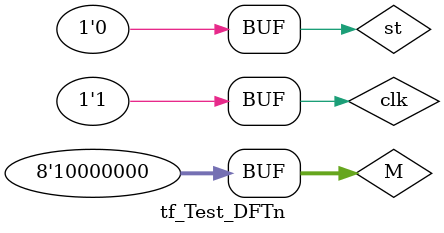
<source format=v>
module tf_Test_DFTn;

	// Inputs
	reg clk;
	reg st;
	reg [7:0] M;

	// Outputs
	wire S;
	wire [11:0] SIN;
	wire ce_tact;
	wire ce_sd;
	wire ce_SIN;
	wire ce_bit;
	wire [10:0] modY;
	wire [6:0] k;
	wire D;
	wire [6:0] n;

	// Instantiate the Unit Under Test (UUT)
	Test_DFTn uut (
		.S(S), 
		.clk(clk), 
		.SIN(SIN), 
		.st(st), 
		.ce_tact(ce_tact), 
		.M(M), 
		.ce_sd(ce_sd), 
		.ce_SIN(ce_SIN), 
		.ce_bit(ce_bit), 
		.modY(modY), 
		.k(k), 
		.D(D), 
		.n(n)
	);

	always begin clk=0; #10; clk=1; #10; end
	initial begin
	st = 0; M = 128; //
	#1000000; st = 1; M = 128; //Ìíîæèòåëü àìïëèòóäû ñèãíàëà FSK
	#200; st = 0;
	end
		
      
endmodule


</source>
